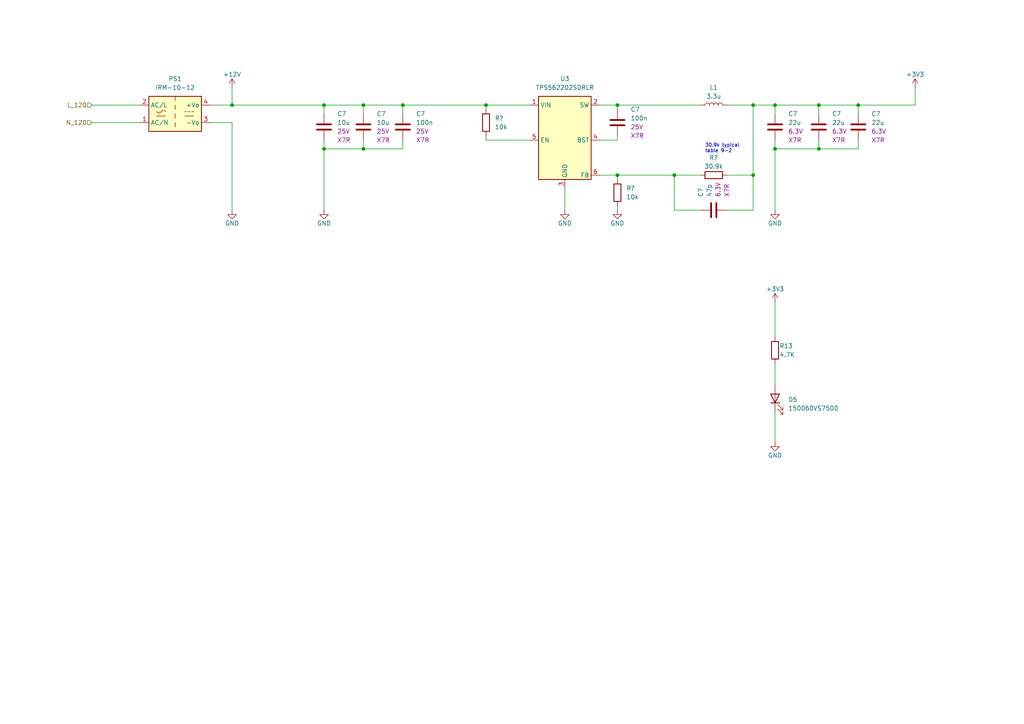
<source format=kicad_sch>
(kicad_sch (version 20230121) (generator eeschema)
  (paper "A4")
  (lib_symbols
    (symbol "BiltongBoard:TPS5622002SDRLR"
      (property "Reference" "U3" (at 0 10.16 0))
      (property "Value" "TPS562202SDRLR" (at 0 7.62 0))
      (symbol "TPS5622002SDRLR_0_1"
        (rectangle (start -7.62 5.08) (end 7.62 -19.05) (stroke (width 0.254)) (fill (type background)))
      )
      (symbol "TPS5622002SDRLR_1_1"
        (pin power_in line (at -10.16 2.54 0) (length 2.54) (name "VIN") (number "1"))
        (pin output line (at 10.16 2.54 180) (length 2.54) (name "SW") (number "2"))
        (pin power_in line (at 0 -21.59 90) (length 2.54) (name "GND") (number "3"))
        (pin passive line (at 10.16 -7.62 180) (length 2.54) (name "BST") (number "4"))
        (pin input line (at -10.16 -7.62 0) (length 2.54) (name "EN") (number "5"))
        (pin input line (at 10.16 -17.78 180) (length 2.54) (name "FB") (number "6"))
      )
    )
    (symbol "Converter_ACDC:IRM-10-12"
      (property "Reference" "PS" (at 0 6.35 0))
      (property "Value" "IRM-10-12" (at 0 -6.35 0))
      (symbol "IRM-10-12_0_1"
        (rectangle (start -7.62 5.08) (end 7.62 -5.08) (stroke (width 0.254)) (fill (type background)))
        (arc (start -5.334 0.635) (mid -4.699 0.2495) (end -4.064 0.635))
        (arc (start -2.794 0.635) (mid -3.429 1.0072) (end -4.064 0.635))
        (polyline (pts (xy -5.334 -0.635) (xy -2.794 -0.635)))
        (polyline (pts (xy 0 -2.54) (xy 0 -3.81)))
        (polyline (pts (xy 0 0) (xy 0 -1.27)))
        (polyline (pts (xy 0 2.54) (xy 0 1.27)))
        (polyline (pts (xy 0 5.08) (xy 0 3.81)))
        (polyline (pts (xy 2.794 -0.635) (xy 5.334 -0.635)))
        (polyline (pts (xy 2.794 0.635) (xy 3.302 0.635)))
        (polyline (pts (xy 3.81 0.635) (xy 4.318 0.635)))
        (polyline (pts (xy 4.826 0.635) (xy 5.334 0.635)))
      )
      (symbol "IRM-10-12_1_1"
        (pin power_in line (at -10.16 -2.54 0) (length 2.54) (name "AC/N") (number "1"))
        (pin power_in line (at -10.16 2.54 0) (length 2.54) (name "AC/L") (number "2"))
        (pin power_out line (at 10.16 -2.54 180) (length 2.54) (name "-Vo") (number "3"))
        (pin power_out line (at 10.16 2.54 180) (length 2.54) (name "+Vo") (number "4"))
      )
    )
    (symbol "Device:C" (pin_numbers hide) (pin_names (offset 0.254))
      (property "Reference" "C" (at 0.635 2.54 0))
      (property "Value" "C" (at 0.635 -2.54 0))
      (symbol "C_0_1"
        (polyline (pts (xy -2.032 -0.762) (xy 2.032 -0.762)) (stroke (width 0.508)))
        (polyline (pts (xy -2.032 0.762) (xy 2.032 0.762)) (stroke (width 0.508)))
      )
      (symbol "C_1_1"
        (pin passive line (at 0 3.81 270) (length 2.794) (name "~") (number "1"))
        (pin passive line (at 0 -3.81 90) (length 2.794) (name "~") (number "2"))
      )
    )
    (symbol "Device:L" (pin_numbers hide) (pin_names (offset 1.016) hide)
      (property "Reference" "L" (at -1.27 0 90))
      (property "Value" "L" (at 1.905 0 90))
      (symbol "L_0_1"
        (arc (start 0 -2.54) (mid 0.6323 -1.905) (end 0 -1.27))
        (arc (start 0 -1.27) (mid 0.6323 -0.635) (end 0 0))
        (arc (start 0 0) (mid 0.6323 0.635) (end 0 1.27))
        (arc (start 0 1.27) (mid 0.6323 1.905) (end 0 2.54))
      )
      (symbol "L_1_1"
        (pin passive line (at 0 3.81 270) (length 1.27) (name "1") (number "1"))
        (pin passive line (at 0 -3.81 90) (length 1.27) (name "2") (number "2"))
      )
    )
    (symbol "Device:LED" (pin_numbers hide) (pin_names (offset 1.016) hide)
      (property "Reference" "D" (at 0 2.54 0))
      (property "Value" "LED" (at 0 -2.54 0))
      (symbol "LED_0_1"
        (polyline (pts (xy -1.27 -1.27) (xy -1.27 1.27)) (stroke (width 0.254)))
        (polyline (pts (xy -1.27 0) (xy 1.27 0)))
        (polyline (pts (xy 1.27 -1.27) (xy 1.27 1.27) (xy -1.27 0) (xy 1.27 -1.27)) (stroke (width 0.254)))
        (polyline (pts (xy -3.048 -0.762) (xy -4.572 -2.286) (xy -3.81 -2.286) (xy -4.572 -2.286) (xy -4.572 -1.524)))
        (polyline (pts (xy -1.778 -0.762) (xy -3.302 -2.286) (xy -2.54 -2.286) (xy -3.302 -2.286) (xy -3.302 -1.524)))
      )
      (symbol "LED_1_1"
        (pin passive line (at -3.81 0 0) (length 2.54) (name "K") (number "1"))
        (pin passive line (at 3.81 0 180) (length 2.54) (name "A") (number "2"))
      )
    )
    (symbol "Device:R" (pin_numbers hide) (pin_names (offset 0))
      (property "Reference" "R" (at 2.032 0 90))
      (property "Value" "R" (at 0 0 90))
      (symbol "R_0_1"
        (rectangle (start -1.016 -2.54) (end 1.016 2.54) (stroke (width 0.254)))
      )
      (symbol "R_1_1"
        (pin passive line (at 0 3.81 270) (length 1.27) (name "~") (number "1"))
        (pin passive line (at 0 -3.81 90) (length 1.27) (name "~") (number "2"))
      )
    )
    (symbol "power:+12V" (power) (pin_names (offset 0))
      (property "Value" "+12V" (at 0 3.556 0))
      (symbol "+12V_0_1"
        (polyline (pts (xy -0.762 1.27) (xy 0 2.54)))
        (polyline (pts (xy 0 0) (xy 0 2.54)))
        (polyline (pts (xy 0 2.54) (xy 0.762 1.27)))
      )
      (symbol "+12V_1_1"
        (pin power_in line (at 0 0 90) (length 0) hide (name "+12V") (number "1"))
      )
    )
    (symbol "power:+3V3" (power) (pin_names (offset 0))
      (property "Value" "+3V3" (at 0 3.556 0))
      (symbol "+3V3_0_1"
        (polyline (pts (xy -0.762 1.27) (xy 0 2.54)))
        (polyline (pts (xy 0 0) (xy 0 2.54)))
        (polyline (pts (xy 0 2.54) (xy 0.762 1.27)))
      )
      (symbol "+3V3_1_1"
        (pin power_in line (at 0 0 90) (length 0) hide (name "+3V3") (number "1"))
      )
    )
    (symbol "power:GND" (power) (pin_names (offset 0))
      (property "Value" "GND" (at 0 -3.81 0))
      (symbol "GND_0_1"
        (polyline (pts (xy 0 0) (xy 0 -1.27) (xy 1.27 -1.27) (xy 0 -2.54) (xy -1.27 -1.27) (xy 0 -1.27)))
      )
      (symbol "GND_1_1"
        (pin power_in line (at 0 0 270) (length 0) hide (name "GND") (number "1"))
      )
    )
  )
  (junction (at 218.44 30.48))
  (junction (at 237.49 43.18))
  (junction (at 218.44 50.8))
  (junction (at 179.07 30.48))
  (junction (at 93.98 43.18))
  (junction (at 105.41 43.18))
  (junction (at 224.79 43.18))
  (junction (at 93.98 30.48))
  (junction (at 116.84 30.48))
  (junction (at 237.49 30.48))
  (junction (at 105.41 30.48))
  (junction (at 248.92 30.48))
  (junction (at 140.97 30.48))
  (junction (at 179.07 50.8))
  (junction (at 195.58 50.8))
  (junction (at 67.31 30.48))
  (junction (at 224.79 30.48))
  (wire (pts (xy 224.79 119.38) (xy 224.79 128.27)))
  (wire (pts (xy 224.79 43.18) (xy 237.49 43.18)))
  (wire (pts (xy 237.49 43.18) (xy 248.92 43.18)))
  (wire (pts (xy 93.98 40.64) (xy 93.98 43.18)))
  (wire (pts (xy 224.79 43.18) (xy 224.79 60.96)))
  (wire (pts (xy 179.07 30.48) (xy 203.2 30.48)))
  (wire (pts (xy 140.97 40.64) (xy 140.97 39.37)))
  (wire (pts (xy 248.92 30.48) (xy 265.43 30.48)))
  (wire (pts (xy 248.92 33.02) (xy 248.92 30.48)))
  (wire (pts (xy 237.49 30.48) (xy 248.92 30.48)))
  (wire (pts (xy 224.79 30.48) (xy 237.49 30.48)))
  (wire (pts (xy 116.84 40.64) (xy 116.84 43.18)))
  (wire (pts (xy 93.98 33.02) (xy 93.98 30.48)))
  (wire (pts (xy 105.41 30.48) (xy 105.41 33.02)))
  (wire (pts (xy 210.82 50.8) (xy 218.44 50.8)))
  (wire (pts (xy 67.31 30.48) (xy 93.98 30.48)))
  (wire (pts (xy 67.31 60.96) (xy 67.31 35.56)))
  (wire (pts (xy 93.98 30.48) (xy 105.41 30.48)))
  (wire (pts (xy 173.99 50.8) (xy 179.07 50.8)))
  (wire (pts (xy 116.84 30.48) (xy 140.97 30.48)))
  (wire (pts (xy 116.84 30.48) (xy 116.84 33.02)))
  (wire (pts (xy 224.79 40.64) (xy 224.79 43.18)))
  (wire (pts (xy 203.2 60.96) (xy 195.58 60.96)))
  (wire (pts (xy 218.44 30.48) (xy 224.79 30.48)))
  (wire (pts (xy 26.67 30.48) (xy 40.64 30.48)))
  (wire (pts (xy 105.41 40.64) (xy 105.41 43.18)))
  (wire (pts (xy 67.31 30.48) (xy 67.31 25.4)))
  (wire (pts (xy 237.49 33.02) (xy 237.49 30.48)))
  (wire (pts (xy 173.99 40.64) (xy 179.07 40.64)))
  (wire (pts (xy 248.92 40.64) (xy 248.92 43.18)))
  (wire (pts (xy 93.98 60.96) (xy 93.98 43.18)))
  (wire (pts (xy 179.07 30.48) (xy 179.07 31.75)))
  (wire (pts (xy 224.79 105.41) (xy 224.79 111.76)))
  (wire (pts (xy 60.96 30.48) (xy 67.31 30.48)))
  (wire (pts (xy 265.43 30.48) (xy 265.43 25.4)))
  (wire (pts (xy 237.49 40.64) (xy 237.49 43.18)))
  (wire (pts (xy 179.07 50.8) (xy 179.07 52.07)))
  (wire (pts (xy 173.99 30.48) (xy 179.07 30.48)))
  (wire (pts (xy 116.84 43.18) (xy 105.41 43.18)))
  (wire (pts (xy 26.67 35.56) (xy 40.64 35.56)))
  (wire (pts (xy 224.79 30.48) (xy 224.79 33.02)))
  (wire (pts (xy 60.96 35.56) (xy 67.31 35.56)))
  (wire (pts (xy 140.97 30.48) (xy 153.67 30.48)))
  (wire (pts (xy 218.44 30.48) (xy 218.44 50.8)))
  (wire (pts (xy 105.41 43.18) (xy 93.98 43.18)))
  (wire (pts (xy 179.07 40.64) (xy 179.07 39.37)))
  (wire (pts (xy 195.58 50.8) (xy 203.2 50.8)))
  (wire (pts (xy 218.44 50.8) (xy 218.44 60.96)))
  (wire (pts (xy 179.07 50.8) (xy 195.58 50.8)))
  (wire (pts (xy 140.97 30.48) (xy 140.97 31.75)))
  (wire (pts (xy 218.44 60.96) (xy 210.82 60.96)))
  (wire (pts (xy 179.07 59.69) (xy 179.07 60.96)))
  (wire (pts (xy 153.67 40.64) (xy 140.97 40.64)))
  (wire (pts (xy 224.79 87.63) (xy 224.79 97.79)))
  (wire (pts (xy 105.41 30.48) (xy 116.84 30.48)))
  (wire (pts (xy 163.83 54.61) (xy 163.83 60.96)))
  (wire (pts (xy 195.58 50.8) (xy 195.58 60.96)))
  (wire (pts (xy 210.82 30.48) (xy 218.44 30.48)))
  (text "30.9k typical\ntable 9-2" (at 204.47 44.45 0) (effects (font (size 1 1)) (justify left bottom)))
  (hierarchical_label "N_120" (shape input) (at 26.67 35.56 180))
  (hierarchical_label "L_120" (shape input) (at 26.67 30.48 180))
  (symbol (lib_id "Device:C") (at 237.49 36.83 0) (unit 1)
    (property "Reference" "C7" (at 241.3 33.02 0) (effects (justify left)))
    (property "Value" "22u" (at 241.3 35.56 0) (effects (justify left)))
    (property "Footprint" "Capacitor_SMD:C_0805_2012Metric" (effects hide))
    (property "Datasheet" "https://www.digikey.ca/en/products/detail/murata-electronics/GRM21BZ70J226ME44L/13401932" (effects hide))
    (property "Voltage Rating" "6.3V" (at 241.3 38.1 0) (effects (justify left)))
    (property "Class" "X7R" (at 241.3 40.64 0) (effects (justify left)))
    (instances (project "biltong_board_main" (path "" (reference "C7") (unit 1)) (path "" (reference "C13") (unit 1))))
  )
  (symbol (lib_id "Device:R") (at 207.01 50.8 270) (unit 1)
    (property "Reference" "R?" (at 207.01 45.72 90))
    (property "Value" "30.9k" (at 207.01 48.26 90))
    (property "Footprint" "Resistor_SMD:R_0603_1608Metric" (effects hide))
    (instances (project "biltong_board_main" (path "" (reference "R?") (unit 1)) (path "" (reference "R5") (unit 1)) (path "" (reference "R11") (unit 1))))
  )
  (symbol (lib_id "power:GND") (at 67.31 60.96 0) (unit 1)
    (property "Reference" "#PWR012" (effects hide))
    (property "Value" "GND" (at 67.31 64.77 0))
    (instances (project "biltong_board_main" (path "" (reference "#PWR012") (unit 1)) (path "" (reference "#PWR025") (unit 1))))
  )
  (symbol (lib_id "Device:LED") (at 224.79 115.57 90) (unit 1)
    (property "Reference" "D5" (at 228.6 115.8875 90) (effects (justify right)))
    (property "Value" "150060VS7500" (at 228.6 118.4275 90) (effects (justify right)))
    (property "Footprint" "LED_SMD:LED_0603_1608Metric" (effects hide))
    (property "Datasheet" "https://www.digikey.com/en/products/detail/w%C3%BCrth-elektronik/150060VS75000/4489906" (effects hide))
    (instances (project "biltong_board_main" (path "" (reference "D5") (unit 1))) (project "2525020210002_breakout" (path "" (reference "D1") (unit 1))) (project "biltong_board_control_deck" (path "" (reference "D2") (unit 1))))
  )
  (symbol (lib_id "power:+12V") (at 67.31 25.4 0) (unit 1)
    (property "Reference" "#PWR011" (effects hide))
    (property "Value" "+12V" (at 67.31 21.59 0))
    (instances (project "biltong_board_main" (path "" (reference "#PWR011") (unit 1)) (path "" (reference "#PWR024") (unit 1))))
  )
  (symbol (lib_id "Device:C") (at 248.92 36.83 0) (unit 1)
    (property "Reference" "C7" (at 252.73 33.02 0) (effects (justify left)))
    (property "Value" "22u" (at 252.73 35.56 0) (effects (justify left)))
    (property "Footprint" "Capacitor_SMD:C_0805_2012Metric" (effects hide))
    (property "Datasheet" "https://www.digikey.ca/en/products/detail/murata-electronics/GRM21BZ70J226ME44L/13401932" (effects hide))
    (property "Voltage Rating" "6.3V" (at 252.73 38.1 0) (effects (justify left)))
    (property "Class" "X7R" (at 252.73 40.64 0) (effects (justify left)))
    (instances (project "biltong_board_main" (path "" (reference "C7") (unit 1)) (path "" (reference "C19") (unit 1))))
  )
  (symbol (lib_id "Converter_ACDC:IRM-10-12") (at 50.8 33.02 0) (unit 1)
    (property "Reference" "PS1" (at 50.8 22.86 0))
    (property "Value" "IRM-10-12" (at 50.8 25.4 0))
    (property "Footprint" "BiltongBoardLib:Converter_ACDC_MeanWell_IRM-10-xx_THT_w_model" (effects hide))
    (property "Datasheet" "https://www.meanwell.com/Upload/PDF/IRM-10/IRM-10-SPEC.PDF" (effects hide))
  )
  (symbol (lib_id "power:GND") (at 93.98 60.96 0) (unit 1)
    (property "Reference" "#PWR012" (effects hide))
    (property "Value" "GND" (at 93.98 64.77 0))
    (instances (project "biltong_board_main" (path "" (reference "#PWR012") (unit 1)) (path "" (reference "#PWR026") (unit 1))))
  )
  (symbol (lib_id "Device:C") (at 207.01 60.96 90) (unit 1)
    (property "Reference" "C7" (at 203.2 57.15 0) (effects (justify left)))
    (property "Value" "47p" (at 205.74 57.15 0) (effects (justify left)))
    (property "Footprint" "Capacitor_SMD:C_0603_1608Metric" (effects hide))
    (property "Datasheet" "https://www.digikey.ca/en/products/detail/samsung-electro-mechanics/CL10C470JB8NNNC/3886695" (effects hide))
    (property "Voltage Rating" "6.3V" (at 208.28 57.15 0) (effects (justify left)))
    (property "Class" "X7R" (at 210.82 57.15 0) (effects (justify left)))
    (instances (project "biltong_board_main" (path "" (reference "C7") (unit 1)) (path "" (reference "C14") (unit 1))))
  )
  (symbol (lib_id "Device:C") (at 179.07 35.56 0) (unit 1)
    (property "Reference" "C7" (at 182.88 31.75 0) (effects (justify left)))
    (property "Value" "100n" (at 182.88 34.29 0) (effects (justify left)))
    (property "Footprint" "Capacitor_SMD:C_0603_1608Metric" (effects hide))
    (property "Datasheet" "https://www.digikey.ca/en/products/detail/yageo/CC0603KRX7R8BB104/2103079" (effects hide))
    (property "Voltage Rating" "25V" (at 182.88 36.83 0) (effects (justify left)))
    (property "Class" "X7R" (at 182.88 39.37 0) (effects (justify left)))
    (instances (project "biltong_board_main" (path "" (reference "C7") (unit 1)) (path "" (reference "C11") (unit 1))))
  )
  (symbol (lib_id "power:GND") (at 163.83 60.96 0) (unit 1)
    (property "Reference" "#PWR012" (effects hide))
    (property "Value" "GND" (at 163.83 64.77 0))
    (instances (project "biltong_board_main" (path "" (reference "#PWR012") (unit 1)) (path "" (reference "#PWR027") (unit 1))))
  )
  (symbol (lib_id "power:+3V3") (at 224.79 87.63 0) (mirror y) (unit 1)
    (property "Reference" "#PWR032" (effects hide))
    (property "Value" "+3V3" (at 224.79 83.82 0))
    (instances (project "biltong_board_main" (path "" (reference "#PWR032") (unit 1)) (path "" (reference "#PWR062") (unit 1))) (project "2525020210002_breakout" (path "" (reference "#PWR011") (unit 1))) (project "biltong_board_control_deck" (path "" (reference "#PWR018") (unit 1))))
  )
  (symbol (lib_id "Device:C") (at 93.98 36.83 0) (unit 1)
    (property "Reference" "C7" (at 97.79 33.02 0) (effects (justify left)))
    (property "Value" "10u" (at 97.79 35.56 0) (effects (justify left)))
    (property "Footprint" "Capacitor_SMD:C_1210_3225Metric" (effects hide))
    (property "Datasheet" "https://www.digikey.ca/en/products/detail/kemet/C1210C106M3RAC7800/2216507" (effects hide))
    (property "Voltage Rating" "25V" (at 97.79 38.1 0) (effects (justify left)))
    (property "Class" "X7R" (at 97.79 40.64 0) (effects (justify left)))
    (instances (project "biltong_board_main" (path "" (reference "C7") (unit 1)) (path "" (reference "C9") (unit 1))))
  )
  (symbol (lib_id "Device:R") (at 140.97 35.56 180) (unit 1)
    (property "Reference" "R?" (at 143.51 34.29 0) (effects (justify right)))
    (property "Value" "10k" (at 143.51 36.83 0) (effects (justify right)))
    (property "Footprint" "Resistor_SMD:R_0603_1608Metric" (effects hide))
    (instances (project "biltong_board_main" (path "" (reference "R?") (unit 1)) (path "" (reference "R5") (unit 1)) (path "" (reference "R9") (unit 1))))
  )
  (symbol (lib_id "power:GND") (at 224.79 128.27 0) (mirror y) (unit 1)
    (property "Reference" "#PWR033" (effects hide))
    (property "Value" "GND" (at 224.79 132.08 0))
    (instances (project "biltong_board_main" (path "" (reference "#PWR033") (unit 1)) (path "" (reference "#PWR064") (unit 1))) (project "2525020210002_breakout" (path "" (reference "#PWR012") (unit 1))) (project "biltong_board_control_deck" (path "" (reference "#PWR019") (unit 1))))
  )
  (symbol (lib_id "Device:R") (at 224.79 101.6 180) (unit 1)
    (property "Reference" "R13" (at 226.06 100.33 0) (effects (justify right)))
    (property "Value" "4.7K" (at 226.06 102.87 0) (effects (justify right)))
    (property "Footprint" "Resistor_SMD:R_0603_1608Metric" (effects hide))
    (instances (project "biltong_board_main" (path "" (reference "R13") (unit 1)) (path "" (reference "R5") (unit 1)) (path "" (reference "R25") (unit 1))) (project "2525020210002_breakout" (path "" (reference "R3") (unit 1))) (project "biltong_board_control_deck" (path "" (reference "R7") (unit 1))))
  )
  (symbol (lib_id "power:+3V3") (at 265.43 25.4 0) (unit 1)
    (property "Reference" "#PWR018" (effects hide))
    (property "Value" "+3V3" (at 265.43 21.59 0))
    (instances (project "biltong_board_main" (path "" (reference "#PWR018") (unit 1)) (path "" (reference "#PWR029") (unit 1))))
  )
  (symbol (lib_id "power:GND") (at 224.79 60.96 0) (unit 1)
    (property "Reference" "#PWR012" (effects hide))
    (property "Value" "GND" (at 224.79 64.77 0))
    (instances (project "biltong_board_main" (path "" (reference "#PWR012") (unit 1)) (path "" (reference "#PWR028") (unit 1))))
  )
  (symbol (lib_id "Device:C") (at 105.41 36.83 0) (unit 1)
    (property "Reference" "C7" (at 109.22 33.02 0) (effects (justify left)))
    (property "Value" "10u" (at 109.22 35.56 0) (effects (justify left)))
    (property "Footprint" "Capacitor_SMD:C_1210_3225Metric" (effects hide))
    (property "Datasheet" "https://www.digikey.ca/en/products/detail/kemet/C1210C106M3RAC7800/2216507" (effects hide))
    (property "Voltage Rating" "25V" (at 109.22 38.1 0) (effects (justify left)))
    (property "Class" "X7R" (at 109.22 40.64 0) (effects (justify left)))
    (instances (project "biltong_board_main" (path "" (reference "C7") (unit 1)) (path "" (reference "C8") (unit 1))))
  )
  (symbol (lib_id "Device:L") (at 207.01 30.48 90) (unit 1)
    (property "Reference" "L1" (at 207.01 25.4 90))
    (property "Value" "3.3u" (at 207.01 27.94 90))
    (property "Footprint" "BiltongBoardLib:IND_NRS5030_TAY" (effects hide))
    (property "Datasheet" "https://www.digikey.ca/en/products/detail/taiyo-yuden/NRS5030T3R3MMGJ/4157847" (effects hide))
  )
  (symbol (lib_id "power:GND") (at 179.07 60.96 0) (unit 1)
    (property "Reference" "#PWR012" (effects hide))
    (property "Value" "GND" (at 179.07 64.77 0))
    (instances (project "biltong_board_main" (path "" (reference "#PWR012") (unit 1)) (path "" (reference "#PWR030") (unit 1))))
  )
  (symbol (lib_id "Device:R") (at 179.07 55.88 180) (unit 1)
    (property "Reference" "R?" (at 181.61 54.61 0) (effects (justify right)))
    (property "Value" "10k" (at 181.61 57.15 0) (effects (justify right)))
    (property "Footprint" "Resistor_SMD:R_0603_1608Metric" (effects hide))
    (instances (project "biltong_board_main" (path "" (reference "R?") (unit 1)) (path "" (reference "R5") (unit 1)) (path "" (reference "R10") (unit 1))))
  )
  (symbol (lib_id "BiltongBoard:TPS5622002SDRLR") (at 163.83 33.02 0) (unit 1)
    (property "Reference" "U3" (at 163.83 22.86 0))
    (property "Value" "TPS562202SDRLR" (at 163.83 25.4 0))
    (property "Footprint" "Package_TO_SOT_SMD:SOT-563" (effects hide))
    (property "Datasheet" "https://www.ti.com/lit/ds/symlink/tps562202s.pdf" (effects hide))
  )
  (symbol (lib_id "Device:C") (at 224.79 36.83 0) (unit 1)
    (property "Reference" "C7" (at 228.6 33.02 0) (effects (justify left)))
    (property "Value" "22u" (at 228.6 35.56 0) (effects (justify left)))
    (property "Footprint" "Capacitor_SMD:C_0805_2012Metric" (effects hide))
    (property "Datasheet" "https://www.digikey.ca/en/products/detail/murata-electronics/GRM21BZ70J226ME44L/13401932" (effects hide))
    (property "Voltage Rating" "6.3V" (at 228.6 38.1 0) (effects (justify left)))
    (property "Class" "X7R" (at 228.6 40.64 0) (effects (justify left)))
    (instances (project "biltong_board_main" (path "" (reference "C7") (unit 1)) (path "" (reference "C12") (unit 1))))
  )
  (symbol (lib_id "Device:C") (at 116.84 36.83 0) (unit 1)
    (property "Reference" "C7" (at 120.65 33.02 0) (effects (justify left)))
    (property "Value" "100n" (at 120.65 35.56 0) (effects (justify left)))
    (property "Footprint" "Capacitor_SMD:C_0603_1608Metric" (effects hide))
    (property "Datasheet" "https://www.digikey.ca/en/products/detail/yageo/CC0603KRX7R8BB104/2103079" (effects hide))
    (property "Voltage Rating" "25V" (at 120.65 38.1 0) (effects (justify left)))
    (property "Class" "X7R" (at 120.65 40.64 0) (effects (justify left)))
    (instances (project "biltong_board_main" (path "" (reference "C7") (unit 1)) (path "" (reference "C10") (unit 1))))
  )
)
</source>
